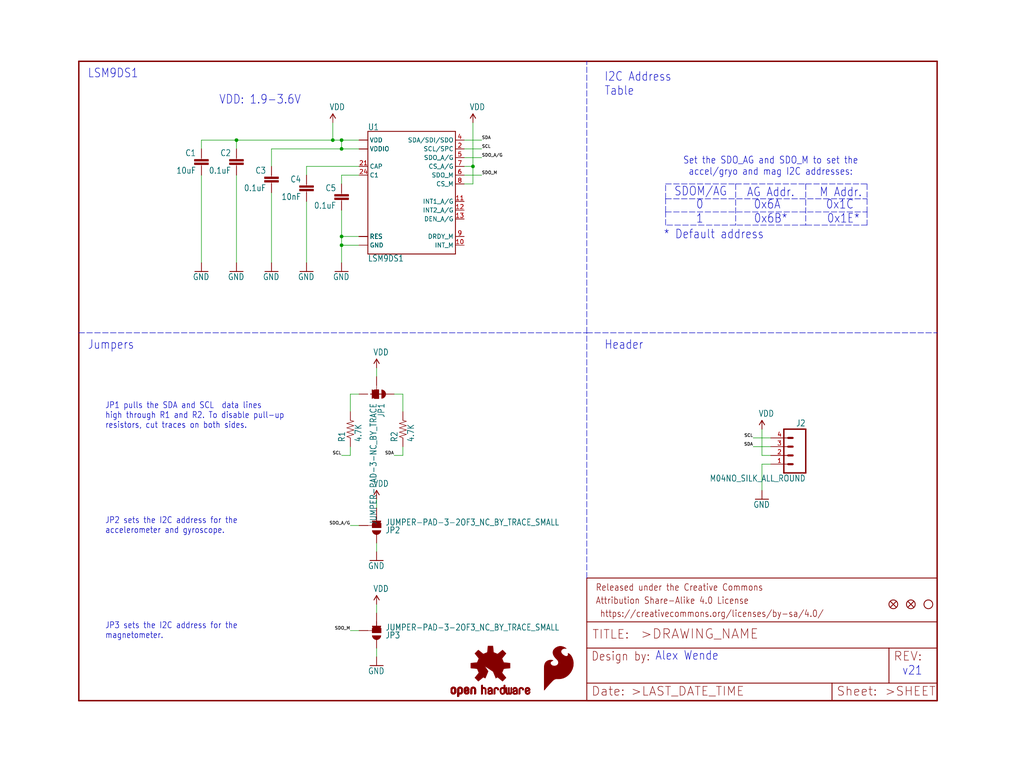
<source format=kicad_sch>
(kicad_sch (version 20211123) (generator eeschema)
  (paper "User" 297.002 223.926)
  (lib_symbols
    (symbol "eagleSchem-eagle-import:0.1UF-25V(+80{slash}-20%)(0603)"
      (property "Reference" "C" (at 1.524 2.921 0))
      (property "Value" "0.1UF-25V(+80{slash}-20%)(0603)" (at 1.524 -2.159 0))
      (symbol "0.1UF-25V(+80{slash}-20%)(0603)_1_0"
        (pin passive line (at 0 5.08 270) (length 2.54) (name "1") (number "1"))
        (pin passive line (at 0 -2.54 90) (length 2.54) (name "2") (number "2"))
      )
    )
    (symbol "eagleSchem-eagle-import:10NF{slash}10000PF-50V-10%(0603)"
      (property "Reference" "C" (at 1.524 2.921 0))
      (property "Value" "10NF{slash}10000PF-50V-10%(0603)" (at 1.524 -2.159 0))
      (symbol "10NF{slash}10000PF-50V-10%(0603)_1_0"
        (pin passive line (at 0 5.08 270) (length 2.54) (name "1") (number "1"))
        (pin passive line (at 0 -2.54 90) (length 2.54) (name "2") (number "2"))
      )
    )
    (symbol "eagleSchem-eagle-import:10UF-6.3V-20%(0603)"
      (property "Reference" "C" (at 1.524 2.921 0))
      (property "Value" "10UF-6.3V-20%(0603)" (at 1.524 -2.159 0))
      (symbol "10UF-6.3V-20%(0603)_1_0"
        (pin passive line (at 0 5.08 270) (length 2.54) (name "1") (number "1"))
        (pin passive line (at 0 -2.54 90) (length 2.54) (name "2") (number "2"))
      )
    )
    (symbol "eagleSchem-eagle-import:4.7KOHM-1{slash}10W-1%(0603)"
      (property "Reference" "R" (at -3.81 1.4986 0))
      (property "Value" "4.7KOHM-1{slash}10W-1%(0603)" (at -3.81 -3.302 0))
      (symbol "4.7KOHM-1{slash}10W-1%(0603)_1_0"
        (pin passive line (at -5.08 0 0) (length 2.54) (name "1") (number "1"))
        (pin passive line (at 5.08 0 180) (length 2.54) (name "2") (number "2"))
      )
    )
    (symbol "eagleSchem-eagle-import:FIDUCIALUFIDUCIAL")
    (symbol "eagleSchem-eagle-import:FRAME-LETTER"
      (symbol "FRAME-LETTER_2_0"
        (text " https://creativecommons.org/licenses/by-sa/4.0/" (at 2.54 24.13 0) (effects (font (size 1.9304 1.6408)) (justify left bottom)))
        (text ">DRAWING_NAME" (at 15.494 17.78 0) (effects (font (size 2.7432 2.7432)) (justify left bottom)))
        (text ">LAST_DATE_TIME" (at 12.7 1.27 0) (effects (font (size 2.54 2.54)) (justify left bottom)))
        (text ">SHEET" (at 86.36 1.27 0) (effects (font (size 2.54 2.54)) (justify left bottom)))
        (text "Attribution Share-Alike 4.0 License" (at 2.54 27.94 0) (effects (font (size 1.9304 1.6408)) (justify left bottom)))
        (text "Date:" (at 1.27 1.27 0) (effects (font (size 2.54 2.54)) (justify left bottom)))
        (text "Design by:" (at 1.27 11.43 0) (effects (font (size 2.54 2.159)) (justify left bottom)))
        (text "Released under the Creative Commons" (at 2.54 31.75 0) (effects (font (size 1.9304 1.6408)) (justify left bottom)))
        (text "REV:" (at 88.9 11.43 0) (effects (font (size 2.54 2.54)) (justify left bottom)))
        (text "Sheet:" (at 72.39 1.27 0) (effects (font (size 2.54 2.54)) (justify left bottom)))
        (text "TITLE:" (at 1.524 17.78 0) (effects (font (size 2.54 2.54)) (justify left bottom)))
      )
    )
    (symbol "eagleSchem-eagle-import:GND" (power)
      (property "Value" "GND" (at -2.54 -2.54 0))
      (symbol "GND_1_0"
        (pin power_in line (at 0 2.54 270) (length 2.54) (name "GND") (number "1"))
      )
    )
    (symbol "eagleSchem-eagle-import:JUMPER-PAD-3-2OF3_NC_BY_TRACE_SMALL"
      (property "Reference" "JP" (at 2.54 0.381 0))
      (property "Value" "JUMPER-PAD-3-2OF3_NC_BY_TRACE_SMALL" (at 2.54 -1.905 0))
      (symbol "JUMPER-PAD-3-2OF3_NC_BY_TRACE_SMALL_1_0"
        (pin passive line (at 0 5.08 270) (length 2.54) (name "1") (number "1"))
        (pin passive line (at -5.08 0 0) (length 2.54) (name "2") (number "2"))
        (pin passive line (at 0 -5.08 90) (length 2.54) (name "3") (number "3"))
      )
    )
    (symbol "eagleSchem-eagle-import:JUMPER-PAD-3-NC_BY_TRACE"
      (property "Reference" "JP" (at 2.54 0.381 0))
      (property "Value" "JUMPER-PAD-3-NC_BY_TRACE" (at 2.54 -1.905 0))
      (symbol "JUMPER-PAD-3-NC_BY_TRACE_1_0"
        (pin passive line (at 0 5.08 270) (length 2.54) (name "1") (number "1"))
        (pin passive line (at -5.08 0 0) (length 2.54) (name "2") (number "2"))
        (pin passive line (at 0 -5.08 90) (length 2.54) (name "3") (number "3"))
      )
    )
    (symbol "eagleSchem-eagle-import:LSM9DS1"
      (property "Reference" "U" (at -12.7 19.05 0))
      (property "Value" "LSM9DS1" (at -12.7 -19.05 0))
      (symbol "LSM9DS1_1_0"
        (pin bidirectional line (at -15.24 12.7 0) (length 2.54) (name "VDDIO") (number "1"))
        (pin bidirectional line (at 15.24 -15.24 180) (length 2.54) (name "INT_M") (number "10"))
        (pin bidirectional line (at 15.24 -2.54 180) (length 2.54) (name "INT1_A/G") (number "11"))
        (pin bidirectional line (at 15.24 -5.08 180) (length 2.54) (name "INT2_A/G") (number "12"))
        (pin bidirectional line (at 15.24 -7.62 180) (length 2.54) (name "DEN_A/G") (number "13"))
        (pin bidirectional line (at -15.24 -12.7 0) (length 2.54) (name "RES") (number "14"))
        (pin bidirectional line (at -15.24 -12.7 0) (length 2.54) (name "RES") (number "15"))
        (pin bidirectional line (at -15.24 -12.7 0) (length 2.54) (name "RES") (number "16"))
        (pin bidirectional line (at -15.24 -12.7 0) (length 2.54) (name "RES") (number "17"))
        (pin bidirectional line (at -15.24 -12.7 0) (length 2.54) (name "RES") (number "18"))
        (pin bidirectional line (at -15.24 -15.24 0) (length 2.54) (name "GND") (number "19"))
        (pin bidirectional line (at 15.24 12.7 180) (length 2.54) (name "SCL/SPC") (number "2"))
        (pin bidirectional line (at -15.24 -15.24 0) (length 2.54) (name "GND") (number "20"))
        (pin bidirectional line (at -15.24 7.62 0) (length 2.54) (name "CAP") (number "21"))
        (pin bidirectional line (at -15.24 15.24 0) (length 2.54) (name "VDD") (number "22"))
        (pin bidirectional line (at -15.24 15.24 0) (length 2.54) (name "VDD") (number "23"))
        (pin bidirectional line (at -15.24 5.08 0) (length 2.54) (name "C1") (number "24"))
        (pin bidirectional line (at -15.24 12.7 0) (length 2.54) (name "VDDIO") (number "3"))
        (pin bidirectional line (at 15.24 15.24 180) (length 2.54) (name "SDA/SDI/SDO") (number "4"))
        (pin bidirectional line (at 15.24 10.16 180) (length 2.54) (name "SDO_A/G") (number "5"))
        (pin bidirectional line (at 15.24 5.08 180) (length 2.54) (name "SDO_M") (number "6"))
        (pin bidirectional line (at 15.24 7.62 180) (length 2.54) (name "CS_A/G") (number "7"))
        (pin bidirectional line (at 15.24 2.54 180) (length 2.54) (name "CS_M") (number "8"))
        (pin bidirectional line (at 15.24 -12.7 180) (length 2.54) (name "DRDY_M") (number "9"))
      )
    )
    (symbol "eagleSchem-eagle-import:M04NO_SILK_ALL_ROUND"
      (property "Reference" "J" (at -5.08 8.382 0))
      (property "Value" "M04NO_SILK_ALL_ROUND" (at -5.08 -7.62 0))
      (symbol "M04NO_SILK_ALL_ROUND_1_0"
        (pin passive line (at 5.08 -2.54 180) (length 5.08) (name "1") (number "1"))
        (pin passive line (at 5.08 0 180) (length 5.08) (name "2") (number "2"))
        (pin passive line (at 5.08 2.54 180) (length 5.08) (name "3") (number "3"))
        (pin passive line (at 5.08 5.08 180) (length 5.08) (name "4") (number "4"))
      )
    )
    (symbol "eagleSchem-eagle-import:OSHW-LOGOMINI")
    (symbol "eagleSchem-eagle-import:SFE_LOGO_FLAME.1_INCH")
    (symbol "eagleSchem-eagle-import:STAND-OFF")
    (symbol "eagleSchem-eagle-import:VDD" (power)
      (property "Value" "VDD" (at -1.016 3.556 0))
      (symbol "VDD_1_0"
        (pin power_in line (at 0 0 90) (length 2.54) (name "VDD") (number "1"))
      )
    )
  )
  (junction (at 99.06 68.58))
  (junction (at 137.16 48.26))
  (junction (at 96.52 40.64))
  (junction (at 99.06 40.64))
  (junction (at 99.06 71.12))
  (junction (at 68.58 40.64))
  (junction (at 99.06 43.18))
  (wire (pts (xy 101.6 129.54) (xy 101.6 132.08)))
  (wire (pts (xy 104.14 114.3) (xy 101.6 114.3)))
  (polyline (pts (xy 170.18 96.52) (xy 271.78 96.52)))
  (wire (pts (xy 68.58 50.8) (xy 68.58 76.2)))
  (wire (pts (xy 58.42 50.8) (xy 58.42 76.2)))
  (wire (pts (xy 104.14 43.18) (xy 99.06 43.18)))
  (wire (pts (xy 223.52 134.62) (xy 220.98 134.62)))
  (wire (pts (xy 114.3 114.3) (xy 116.84 114.3)))
  (wire (pts (xy 96.52 40.64) (xy 68.58 40.64)))
  (polyline (pts (xy 251.46 53.34) (xy 251.46 57.658)))
  (wire (pts (xy 116.84 132.08) (xy 114.3 132.08)))
  (wire (pts (xy 134.62 53.34) (xy 137.16 53.34)))
  (polyline (pts (xy 170.18 167.64) (xy 170.18 96.52)))
  (wire (pts (xy 104.14 48.26) (xy 88.9 48.26)))
  (wire (pts (xy 223.52 132.08) (xy 220.98 132.08)))
  (polyline (pts (xy 213.36 65.278) (xy 193.04 65.278)))
  (wire (pts (xy 99.06 43.18) (xy 99.06 40.64)))
  (wire (pts (xy 220.98 134.62) (xy 220.98 142.24)))
  (polyline (pts (xy 213.36 53.34) (xy 213.36 65.278)))
  (polyline (pts (xy 233.68 53.34) (xy 233.68 65.278)))
  (polyline (pts (xy 233.68 53.34) (xy 251.46 53.34)))
  (wire (pts (xy 134.62 50.8) (xy 139.7 50.8)))
  (wire (pts (xy 104.14 71.12) (xy 99.06 71.12)))
  (polyline (pts (xy 251.46 65.278) (xy 233.68 65.278)))
  (wire (pts (xy 134.62 43.18) (xy 139.7 43.18)))
  (wire (pts (xy 104.14 50.8) (xy 99.06 50.8)))
  (wire (pts (xy 99.06 71.12) (xy 99.06 76.2)))
  (wire (pts (xy 134.62 48.26) (xy 137.16 48.26)))
  (polyline (pts (xy 193.04 57.658) (xy 193.04 53.34)))
  (wire (pts (xy 101.6 114.3) (xy 101.6 119.38)))
  (polyline (pts (xy 233.68 65.278) (xy 213.36 65.278)))
  (wire (pts (xy 101.6 132.08) (xy 99.06 132.08)))
  (wire (pts (xy 137.16 53.34) (xy 137.16 48.26)))
  (wire (pts (xy 78.74 43.18) (xy 78.74 48.26)))
  (polyline (pts (xy 251.46 61.468) (xy 251.46 65.278)))
  (wire (pts (xy 116.84 129.54) (xy 116.84 132.08)))
  (wire (pts (xy 88.9 58.42) (xy 88.9 76.2)))
  (polyline (pts (xy 251.46 57.658) (xy 251.46 61.468)))
  (wire (pts (xy 109.22 144.78) (xy 109.22 147.32)))
  (polyline (pts (xy 213.36 53.34) (xy 233.68 53.34)))
  (polyline (pts (xy 193.04 57.658) (xy 251.46 57.658)))
  (wire (pts (xy 99.06 68.58) (xy 99.06 60.96)))
  (wire (pts (xy 223.52 127) (xy 218.44 127)))
  (wire (pts (xy 58.42 40.64) (xy 58.42 43.18)))
  (wire (pts (xy 116.84 114.3) (xy 116.84 119.38)))
  (wire (pts (xy 109.22 109.22) (xy 109.22 106.68)))
  (wire (pts (xy 134.62 40.64) (xy 139.7 40.64)))
  (wire (pts (xy 104.14 182.88) (xy 101.6 182.88)))
  (wire (pts (xy 99.06 40.64) (xy 96.52 40.64)))
  (wire (pts (xy 109.22 177.8) (xy 109.22 175.26)))
  (polyline (pts (xy 193.04 65.278) (xy 193.04 61.468)))
  (polyline (pts (xy 193.04 61.468) (xy 193.04 57.658)))
  (wire (pts (xy 96.52 35.56) (xy 96.52 40.64)))
  (polyline (pts (xy 193.04 61.468) (xy 251.46 61.468)))
  (wire (pts (xy 68.58 40.64) (xy 58.42 40.64)))
  (wire (pts (xy 99.06 71.12) (xy 99.06 68.58)))
  (wire (pts (xy 104.14 152.4) (xy 101.6 152.4)))
  (wire (pts (xy 99.06 50.8) (xy 99.06 53.34)))
  (wire (pts (xy 68.58 43.18) (xy 68.58 40.64)))
  (wire (pts (xy 134.62 45.72) (xy 139.7 45.72)))
  (wire (pts (xy 109.22 157.48) (xy 109.22 160.02)))
  (wire (pts (xy 99.06 43.18) (xy 78.74 43.18)))
  (wire (pts (xy 78.74 55.88) (xy 78.74 76.2)))
  (polyline (pts (xy 193.04 53.34) (xy 213.36 53.34)))
  (wire (pts (xy 137.16 48.26) (xy 137.16 35.56)))
  (polyline (pts (xy 170.18 96.52) (xy 170.18 17.78)))
  (wire (pts (xy 104.14 40.64) (xy 99.06 40.64)))
  (polyline (pts (xy 22.86 96.52) (xy 170.18 96.52)))
  (wire (pts (xy 104.14 68.58) (xy 99.06 68.58)))
  (wire (pts (xy 220.98 132.08) (xy 220.98 124.46)))
  (wire (pts (xy 109.22 187.96) (xy 109.22 190.5)))
  (wire (pts (xy 88.9 48.26) (xy 88.9 50.8)))
  (wire (pts (xy 223.52 129.54) (xy 218.44 129.54)))
  (text "Header" (at 175.26 101.6 180) (effects (font (size 2.54 2.159)) (justify left bottom)))
  (text "* Default address" (at 207.01 68.072 180) (effects (font (size 2.54 2.159))))
  (text "Alex Wende" (at 189.992 191.77 180) (effects (font (size 2.54 2.159)) (justify left bottom)))
  (text "I2C Address\nTable" (at 175.26 27.94 180) (effects (font (size 2.54 2.159)) (justify left bottom)))
  (text "0x6B*" (at 223.52 63.5 180) (effects (font (size 2.54 2.159))))
  (text "v21" (at 261.62 196.088 180) (effects (font (size 2.54 2.159)) (justify left bottom)))
  (text "SDOM/AG" (at 203.2 55.626 180) (effects (font (size 2.54 2.159))))
  (text "Set the SDO_AG and SDO_M to set the\naccel/gryo and mag I2C addresses:" (at 223.52 48.26 0) (effects (font (size 2.032 1.7272))))
  (text "JP3 sets the I2C address for the\nmagnetometer." (at 30.48 185.42 180) (effects (font (size 1.778 1.5113)) (justify left bottom)))
  (text "M Addr." (at 243.84 55.88 180) (effects (font (size 2.54 2.159))))
  (text "0\n1" (at 202.946 61.468 180) (effects (font (size 2.54 2.159))))
  (text "JP1 pulls the SDA and SCL  data lines\nhigh through R1 and R2. To disable pull-up\nresistors, cut traces on both sides." (at 30.48 124.46 0) (effects (font (size 1.778 1.5113)) (justify left bottom)))
  (text "0x1E*" (at 244.602 63.5 180) (effects (font (size 2.54 2.159))))
  (text "LSM9DS1" (at 25.4 22.86 180) (effects (font (size 2.54 2.159)) (justify left bottom)))
  (text "JP2 sets the I2C address for the\naccelerometer and gyroscope." (at 30.48 154.94 0) (effects (font (size 1.778 1.5113)) (justify left bottom)))
  (text "0x1C" (at 243.586 59.436 180) (effects (font (size 2.54 2.159))))
  (text "0x6A" (at 222.504 59.436 180) (effects (font (size 2.54 2.159))))
  (text "Jumpers" (at 25.4 101.6 180) (effects (font (size 2.54 2.159)) (justify left bottom)))
  (text "AG Addr." (at 223.52 55.88 180) (effects (font (size 2.54 2.159))))
  (text "VDD: 1.9-3.6V" (at 63.5 30.48 180) (effects (font (size 2.54 2.159)) (justify left bottom)))
  (label "SDO_A/G" (at 101.6 152.4 180) (effects (font (size 0.889 0.889))))
  (label "SCL" (at 99.06 132.08 180) (effects (font (size 0.889 0.889))))
  (label "SDO_A/G" (at 139.7 45.72 0) (effects (font (size 0.889 0.889))))
  (label "SCL" (at 139.7 43.18 0) (effects (font (size 0.889 0.889))))
  (label "SDA" (at 114.3 132.08 180) (effects (font (size 0.889 0.889))))
  (label "SCL" (at 218.44 127 180) (effects (font (size 0.889 0.889))))
  (label "SDA" (at 218.44 129.54 180) (effects (font (size 0.889 0.889))))
  (label "SDO_M" (at 139.7 50.8 0) (effects (font (size 0.889 0.889))))
  (label "SDA" (at 139.7 40.64 0) (effects (font (size 0.889 0.889))))
  (label "SDO_M" (at 101.6 182.88 180) (effects (font (size 0.889 0.889))))
  (symbol (lib_id "eagleSchem-eagle-import:4.7KOHM-1{slash}10W-1%(0603)") (at 101.6 124.46 90) (unit 1)
    (property "Reference" "R1" (at 100.1014 128.27 0) (effects (font (size 1.778 1.5113)) (justify left bottom)))
    (property "Value" "4.7K" (at 104.902 128.27 0) (effects (font (size 1.778 1.5113)) (justify left bottom)))
    (property "Footprint" "eagleSchem:0603-RES" (effects hide))
  )
  (symbol (lib_id "eagleSchem-eagle-import:0.1UF-25V(+80{slash}-20%)(0603)") (at 78.74 53.34 0) (mirror y) (unit 1)
    (property "Reference" "C3" (at 77.216 50.419 0) (effects (font (size 1.778 1.5113)) (justify left bottom)))
    (property "Value" "0.1uF" (at 77.216 55.499 0) (effects (font (size 1.778 1.5113)) (justify left bottom)))
    (property "Footprint" "eagleSchem:0603-CAP" (effects hide))
  )
  (symbol (lib_id "eagleSchem-eagle-import:STAND-OFF") (at 269.24 175.26 0) (unit 1)
    (property "Reference" "H1" (effects hide))
    (property "Value" "STAND-OFF" (effects hide))
    (property "Footprint" "eagleSchem:STAND-OFF" (effects hide))
  )
  (symbol (lib_id "eagleSchem-eagle-import:VDD") (at 220.98 124.46 0) (unit 1)
    (property "Reference" "#SUPPLY3" (effects hide))
    (property "Value" "VDD" (at 219.964 120.904 0) (effects (font (size 1.778 1.5113)) (justify left bottom)))
    (property "Footprint" "eagleSchem:" (effects hide))
  )
  (symbol (lib_id "eagleSchem-eagle-import:GND") (at 78.74 78.74 0) (unit 1)
    (property "Reference" "#GND3" (effects hide))
    (property "Value" "GND" (at 76.2 81.28 0) (effects (font (size 1.778 1.5113)) (justify left bottom)))
    (property "Footprint" "eagleSchem:" (effects hide))
  )
  (symbol (lib_id "eagleSchem-eagle-import:JUMPER-PAD-3-NC_BY_TRACE") (at 109.22 114.3 270) (unit 1)
    (property "Reference" "JP1" (at 109.601 116.84 0) (effects (font (size 1.778 1.5113)) (justify left bottom)))
    (property "Value" "JUMPER-PAD-3-NC_BY_TRACE" (at 107.315 116.84 0) (effects (font (size 1.778 1.5113)) (justify left bottom)))
    (property "Footprint" "eagleSchem:PAD-JUMPER-3-3OF3_NC_BY_TRACE_YES_SILK_FULL_BOX" (effects hide))
  )
  (symbol (lib_id "eagleSchem-eagle-import:VDD") (at 109.22 144.78 0) (unit 1)
    (property "Reference" "#SUPPLY5" (effects hide))
    (property "Value" "VDD" (at 108.204 141.224 0) (effects (font (size 1.778 1.5113)) (justify left bottom)))
    (property "Footprint" "eagleSchem:" (effects hide))
  )
  (symbol (lib_id "eagleSchem-eagle-import:GND") (at 109.22 162.56 0) (unit 1)
    (property "Reference" "#GND7" (effects hide))
    (property "Value" "GND" (at 106.68 165.1 0) (effects (font (size 1.778 1.5113)) (justify left bottom)))
    (property "Footprint" "eagleSchem:" (effects hide))
  )
  (symbol (lib_id "eagleSchem-eagle-import:VDD") (at 137.16 35.56 0) (unit 1)
    (property "Reference" "#SUPPLY4" (effects hide))
    (property "Value" "VDD" (at 136.144 32.004 0) (effects (font (size 1.778 1.5113)) (justify left bottom)))
    (property "Footprint" "eagleSchem:" (effects hide))
  )
  (symbol (lib_id "eagleSchem-eagle-import:10NF{slash}10000PF-50V-10%(0603)") (at 88.9 55.88 0) (mirror y) (unit 1)
    (property "Reference" "C4" (at 87.376 52.959 0) (effects (font (size 1.778 1.5113)) (justify left bottom)))
    (property "Value" "10nF" (at 87.376 58.039 0) (effects (font (size 1.778 1.5113)) (justify left bottom)))
    (property "Footprint" "eagleSchem:0603-CAP" (effects hide))
  )
  (symbol (lib_id "eagleSchem-eagle-import:JUMPER-PAD-3-2OF3_NC_BY_TRACE_SMALL") (at 109.22 182.88 0) (mirror x) (unit 1)
    (property "Reference" "JP3" (at 111.76 183.261 0) (effects (font (size 1.778 1.5113)) (justify left bottom)))
    (property "Value" "JUMPER-PAD-3-2OF3_NC_BY_TRACE_SMALL" (at 111.76 180.975 0) (effects (font (size 1.778 1.5113)) (justify left bottom)))
    (property "Footprint" "eagleSchem:PAD-JUMPER-3-2OF3_NC_BY_TRACE_YES_SILK_FULL_BOX" (effects hide))
  )
  (symbol (lib_id "eagleSchem-eagle-import:VDD") (at 96.52 35.56 0) (unit 1)
    (property "Reference" "#SUPPLY1" (effects hide))
    (property "Value" "VDD" (at 95.504 32.004 0) (effects (font (size 1.778 1.5113)) (justify left bottom)))
    (property "Footprint" "eagleSchem:" (effects hide))
  )
  (symbol (lib_id "eagleSchem-eagle-import:LSM9DS1") (at 119.38 55.88 0) (unit 1)
    (property "Reference" "U1" (at 106.68 36.83 0) (effects (font (size 1.778 1.5113)) (justify left)))
    (property "Value" "LSM9DS1" (at 106.68 74.93 0) (effects (font (size 1.778 1.5113)) (justify left)))
    (property "Footprint" "eagleSchem:LGA24-8X4" (effects hide))
  )
  (symbol (lib_id "eagleSchem-eagle-import:M04NO_SILK_ALL_ROUND") (at 228.6 132.08 0) (mirror y) (unit 1)
    (property "Reference" "J2" (at 233.68 123.698 0) (effects (font (size 1.778 1.5113)) (justify left bottom)))
    (property "Value" "M04NO_SILK_ALL_ROUND" (at 233.68 139.7 0) (effects (font (size 1.778 1.5113)) (justify left bottom)))
    (property "Footprint" "eagleSchem:1X04_NO_SILK_ALL_ROUND" (effects hide))
  )
  (symbol (lib_id "eagleSchem-eagle-import:10UF-6.3V-20%(0603)") (at 58.42 48.26 0) (mirror y) (unit 1)
    (property "Reference" "C1" (at 56.896 45.339 0) (effects (font (size 1.778 1.5113)) (justify left bottom)))
    (property "Value" "10uF" (at 56.896 50.419 0) (effects (font (size 1.778 1.5113)) (justify left bottom)))
    (property "Footprint" "eagleSchem:0603-CAP" (effects hide))
  )
  (symbol (lib_id "eagleSchem-eagle-import:VDD") (at 109.22 106.68 0) (unit 1)
    (property "Reference" "#SUPPLY2" (effects hide))
    (property "Value" "VDD" (at 108.204 103.124 0) (effects (font (size 1.778 1.5113)) (justify left bottom)))
    (property "Footprint" "eagleSchem:" (effects hide))
  )
  (symbol (lib_id "eagleSchem-eagle-import:GND") (at 109.22 193.04 0) (unit 1)
    (property "Reference" "#GND8" (effects hide))
    (property "Value" "GND" (at 106.68 195.58 0) (effects (font (size 1.778 1.5113)) (justify left bottom)))
    (property "Footprint" "eagleSchem:" (effects hide))
  )
  (symbol (lib_id "eagleSchem-eagle-import:FRAME-LETTER") (at 22.86 203.2 0) (unit 1)
    (property "Reference" "FRAME1" (effects hide))
    (property "Value" "FRAME-LETTER" (effects hide))
    (property "Footprint" "eagleSchem:CREATIVE_COMMONS" (effects hide))
  )
  (symbol (lib_id "eagleSchem-eagle-import:0.1UF-25V(+80{slash}-20%)(0603)") (at 68.58 48.26 0) (mirror y) (unit 1)
    (property "Reference" "C2" (at 67.056 45.339 0) (effects (font (size 1.778 1.5113)) (justify left bottom)))
    (property "Value" "0.1uF" (at 67.056 50.419 0) (effects (font (size 1.778 1.5113)) (justify left bottom)))
    (property "Footprint" "eagleSchem:0603-CAP" (effects hide))
  )
  (symbol (lib_id "eagleSchem-eagle-import:OSHW-LOGOMINI") (at 142.24 193.04 0) (unit 1)
    (property "Reference" "LOGO3" (effects hide))
    (property "Value" "OSHW-LOGOMINI" (effects hide))
    (property "Footprint" "eagleSchem:OSHW-LOGO-MINI" (effects hide))
  )
  (symbol (lib_id "eagleSchem-eagle-import:GND") (at 99.06 78.74 0) (unit 1)
    (property "Reference" "#GND5" (effects hide))
    (property "Value" "GND" (at 96.52 81.28 0) (effects (font (size 1.778 1.5113)) (justify left bottom)))
    (property "Footprint" "eagleSchem:" (effects hide))
  )
  (symbol (lib_id "eagleSchem-eagle-import:GND") (at 220.98 144.78 0) (unit 1)
    (property "Reference" "#GND6" (effects hide))
    (property "Value" "GND" (at 218.44 147.32 0) (effects (font (size 1.778 1.5113)) (justify left bottom)))
    (property "Footprint" "eagleSchem:" (effects hide))
  )
  (symbol (lib_id "eagleSchem-eagle-import:FIDUCIALUFIDUCIAL") (at 264.16 175.26 0) (unit 1)
    (property "Reference" "FD3" (effects hide))
    (property "Value" "FIDUCIALUFIDUCIAL" (effects hide))
    (property "Footprint" "eagleSchem:MICRO-FIDUCIAL" (effects hide))
  )
  (symbol (lib_id "eagleSchem-eagle-import:FIDUCIALUFIDUCIAL") (at 259.08 175.26 0) (unit 1)
    (property "Reference" "FD4" (effects hide))
    (property "Value" "FIDUCIALUFIDUCIAL" (effects hide))
    (property "Footprint" "eagleSchem:MICRO-FIDUCIAL" (effects hide))
  )
  (symbol (lib_id "eagleSchem-eagle-import:FRAME-LETTER") (at 170.18 203.2 0) (unit 2)
    (property "Reference" "FRAME1" (effects hide))
    (property "Value" "FRAME-LETTER" (effects hide))
    (property "Footprint" "eagleSchem:CREATIVE_COMMONS" (effects hide))
  )
  (symbol (lib_id "eagleSchem-eagle-import:4.7KOHM-1{slash}10W-1%(0603)") (at 116.84 124.46 90) (unit 1)
    (property "Reference" "R2" (at 115.3414 128.27 0) (effects (font (size 1.778 1.5113)) (justify left bottom)))
    (property "Value" "4.7K" (at 120.142 128.27 0) (effects (font (size 1.778 1.5113)) (justify left bottom)))
    (property "Footprint" "eagleSchem:0603-RES" (effects hide))
  )
  (symbol (lib_id "eagleSchem-eagle-import:VDD") (at 109.22 175.26 0) (unit 1)
    (property "Reference" "#SUPPLY6" (effects hide))
    (property "Value" "VDD" (at 108.204 171.704 0) (effects (font (size 1.778 1.5113)) (justify left bottom)))
    (property "Footprint" "eagleSchem:" (effects hide))
  )
  (symbol (lib_id "eagleSchem-eagle-import:SFE_LOGO_FLAME.1_INCH") (at 157.48 200.66 0) (unit 1)
    (property "Reference" "LOGO1" (effects hide))
    (property "Value" "SFE_LOGO_FLAME.1_INCH" (effects hide))
    (property "Footprint" "eagleSchem:SFE_LOGO_FLAME_.1" (effects hide))
  )
  (symbol (lib_id "eagleSchem-eagle-import:GND") (at 88.9 78.74 0) (unit 1)
    (property "Reference" "#GND4" (effects hide))
    (property "Value" "GND" (at 86.36 81.28 0) (effects (font (size 1.778 1.5113)) (justify left bottom)))
    (property "Footprint" "eagleSchem:" (effects hide))
  )
  (symbol (lib_id "eagleSchem-eagle-import:JUMPER-PAD-3-2OF3_NC_BY_TRACE_SMALL") (at 109.22 152.4 0) (mirror x) (unit 1)
    (property "Reference" "JP2" (at 111.76 152.781 0) (effects (font (size 1.778 1.5113)) (justify left bottom)))
    (property "Value" "JUMPER-PAD-3-2OF3_NC_BY_TRACE_SMALL" (at 111.76 150.495 0) (effects (font (size 1.778 1.5113)) (justify left bottom)))
    (property "Footprint" "eagleSchem:PAD-JUMPER-3-2OF3_NC_BY_TRACE_YES_SILK_FULL_BOX" (effects hide))
  )
  (symbol (lib_id "eagleSchem-eagle-import:GND") (at 68.58 78.74 0) (unit 1)
    (property "Reference" "#GND2" (effects hide))
    (property "Value" "GND" (at 66.04 81.28 0) (effects (font (size 1.778 1.5113)) (justify left bottom)))
    (property "Footprint" "eagleSchem:" (effects hide))
  )
  (symbol (lib_id "eagleSchem-eagle-import:GND") (at 58.42 78.74 0) (unit 1)
    (property "Reference" "#GND1" (effects hide))
    (property "Value" "GND" (at 55.88 81.28 0) (effects (font (size 1.778 1.5113)) (justify left bottom)))
    (property "Footprint" "eagleSchem:" (effects hide))
  )
  (symbol (lib_id "eagleSchem-eagle-import:0.1UF-25V(+80{slash}-20%)(0603)") (at 99.06 58.42 0) (mirror y) (unit 1)
    (property "Reference" "C5" (at 97.536 55.499 0) (effects (font (size 1.778 1.5113)) (justify left bottom)))
    (property "Value" "0.1uF" (at 97.536 60.579 0) (effects (font (size 1.778 1.5113)) (justify left bottom)))
    (property "Footprint" "eagleSchem:0603-CAP" (effects hide))
  )
)
</source>
